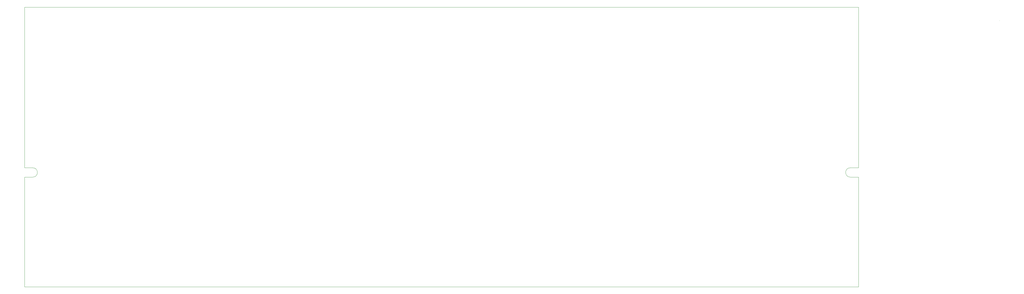
<source format=gm1>
%TF.GenerationSoftware,KiCad,Pcbnew,(6.0.6)*%
%TF.CreationDate,2022-07-10T17:12:38+03:00*%
%TF.ProjectId,liisa,6c696973-612e-46b6-9963-61645f706362,rev?*%
%TF.SameCoordinates,Original*%
%TF.FileFunction,Profile,NP*%
%FSLAX46Y46*%
G04 Gerber Fmt 4.6, Leading zero omitted, Abs format (unit mm)*
G04 Created by KiCad (PCBNEW (6.0.6)) date 2022-07-10 17:12:38*
%MOMM*%
%LPD*%
G01*
G04 APERTURE LIST*
%TA.AperFunction,Profile*%
%ADD10C,0.100000*%
%TD*%
G04 APERTURE END LIST*
D10*
X320410000Y-113520000D02*
X320410000Y-76010000D01*
X38210000Y-72820000D02*
X35410000Y-72820000D01*
X368553350Y-22485001D02*
X368553350Y-22485001D01*
X35410000Y-17920000D02*
X320410000Y-17920000D01*
X38210000Y-76020000D02*
G75*
G03*
X38210000Y-72820000I0J1600000D01*
G01*
X320410000Y-76010000D02*
X317610000Y-76010000D01*
X320410000Y-17920000D02*
X320410000Y-72810000D01*
X35410000Y-76020000D02*
X35410000Y-113520000D01*
X38210000Y-76020000D02*
X35410000Y-76020000D01*
X320410000Y-72810000D02*
X317610000Y-72810000D01*
X317610000Y-72810000D02*
G75*
G03*
X317610000Y-76010000I0J-1600000D01*
G01*
X320410000Y-113520000D02*
X35410000Y-113520000D01*
X35410000Y-72820000D02*
X35410000Y-17920000D01*
M02*

</source>
